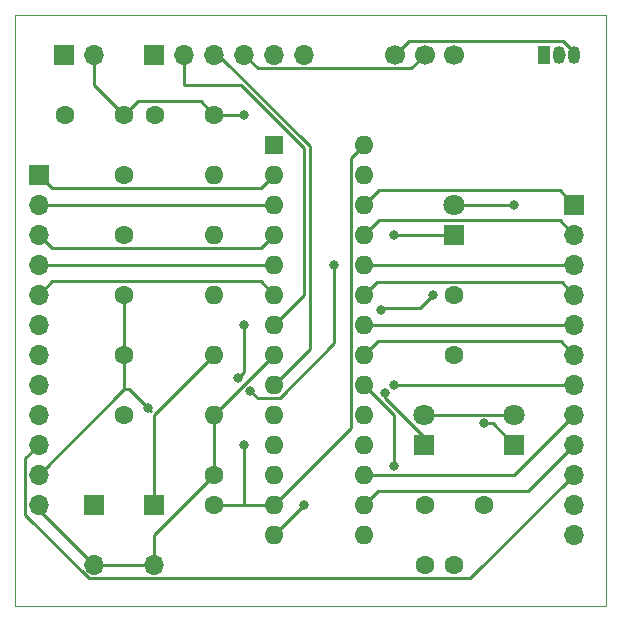
<source format=gbr>
%TF.GenerationSoftware,KiCad,Pcbnew,7.0.1*%
%TF.CreationDate,2023-04-23T17:26:01-05:00*%
%TF.ProjectId,hw4,6877342e-6b69-4636-9164-5f7063625858,rev?*%
%TF.SameCoordinates,Original*%
%TF.FileFunction,Copper,L1,Top*%
%TF.FilePolarity,Positive*%
%FSLAX46Y46*%
G04 Gerber Fmt 4.6, Leading zero omitted, Abs format (unit mm)*
G04 Created by KiCad (PCBNEW 7.0.1) date 2023-04-23 17:26:01*
%MOMM*%
%LPD*%
G01*
G04 APERTURE LIST*
%TA.AperFunction,ComponentPad*%
%ADD10R,1.800000X1.800000*%
%TD*%
%TA.AperFunction,ComponentPad*%
%ADD11C,1.800000*%
%TD*%
%TA.AperFunction,ComponentPad*%
%ADD12R,1.700000X1.700000*%
%TD*%
%TA.AperFunction,ComponentPad*%
%ADD13O,1.700000X1.700000*%
%TD*%
%TA.AperFunction,ComponentPad*%
%ADD14C,1.600000*%
%TD*%
%TA.AperFunction,ComponentPad*%
%ADD15C,1.700000*%
%TD*%
%TA.AperFunction,ComponentPad*%
%ADD16O,1.600000X1.600000*%
%TD*%
%TA.AperFunction,ComponentPad*%
%ADD17R,1.600000X1.600000*%
%TD*%
%TA.AperFunction,ComponentPad*%
%ADD18R,1.050000X1.500000*%
%TD*%
%TA.AperFunction,ComponentPad*%
%ADD19O,1.050000X1.500000*%
%TD*%
%TA.AperFunction,ViaPad*%
%ADD20C,0.800000*%
%TD*%
%TA.AperFunction,Conductor*%
%ADD21C,0.250000*%
%TD*%
%TA.AperFunction,Profile*%
%ADD22C,0.100000*%
%TD*%
G04 APERTURE END LIST*
D10*
%TO.P,D2,1,K*%
%TO.N,Net-(D2-K)*%
X134620000Y-86360000D03*
D11*
%TO.P,D2,2,A*%
%TO.N,+3.3V*%
X134620000Y-83820000D03*
%TD*%
%TO.P,D1,2,A*%
%TO.N,+3.3V*%
X142240000Y-83820000D03*
D10*
%TO.P,D1,1,K*%
%TO.N,Net-(D1-K)*%
X142240000Y-86360000D03*
%TD*%
D12*
%TO.P,U4,1*%
%TO.N,/A0*%
X102000000Y-63500000D03*
D13*
%TO.P,U4,2*%
%TO.N,/A1*%
X102000000Y-66040000D03*
%TO.P,U4,3*%
%TO.N,/B0*%
X102000000Y-68580000D03*
%TO.P,U4,4*%
%TO.N,/B1*%
X102000000Y-71120000D03*
%TO.P,U4,5*%
%TO.N,/B2*%
X102000000Y-73660000D03*
%TO.P,U4,6*%
%TO.N,/A3*%
X102000000Y-76200000D03*
%TO.P,U4,7*%
%TO.N,/GREEN*%
X102000000Y-78740000D03*
%TO.P,U4,8*%
%TO.N,/YELLOW*%
X102000000Y-81280000D03*
%TO.P,U4,9*%
%TO.N,/B6*%
X102000000Y-83820000D03*
%TO.P,U4,10*%
%TO.N,/Vin*%
X102000000Y-86360000D03*
%TO.P,U4,11*%
%TO.N,+3.3V*%
X102000000Y-88900000D03*
%TO.P,U4,12*%
%TO.N,GND*%
X102000000Y-91440000D03*
%TD*%
D14*
%TO.P,C5,1*%
%TO.N,+3.3V*%
X116840000Y-91440000D03*
%TO.P,C5,2*%
%TO.N,GND*%
X116840000Y-88940000D03*
%TD*%
D12*
%TO.P,ADAFRUITFriend1,1*%
%TO.N,unconnected-(ADAFRUITFriend1-Pad1)*%
X111760000Y-53340000D03*
D13*
%TO.P,ADAFRUITFriend1,2,U1TX*%
%TO.N,/U1TX*%
X114300000Y-53340000D03*
%TO.P,ADAFRUITFriend1,3,U1RX*%
%TO.N,/U1RX*%
X116840000Y-53340000D03*
%TO.P,ADAFRUITFriend1,4*%
%TO.N,+5V*%
X119380000Y-53340000D03*
%TO.P,ADAFRUITFriend1,5*%
%TO.N,unconnected-(ADAFRUITFriend1-Pad5)*%
X121920000Y-53340000D03*
%TO.P,ADAFRUITFriend1,6*%
%TO.N,GND*%
X124460000Y-53340000D03*
%TD*%
D15*
%TO.P,SW3,1,B*%
%TO.N,Net-(SW3-B)*%
X132160000Y-53340000D03*
%TO.P,SW3,2,C*%
%TO.N,+5V*%
X134660000Y-53340000D03*
%TO.P,SW3,3,A*%
%TO.N,Net-(SW3-A)*%
X137160000Y-53340000D03*
%TD*%
D14*
%TO.P,R2,1*%
%TO.N,/YELLOW*%
X109220000Y-68580000D03*
D16*
%TO.P,R2,2*%
%TO.N,Net-(D2-K)*%
X116840000Y-68580000D03*
%TD*%
D12*
%TO.P,U3,1*%
%TO.N,/B15*%
X147320000Y-66040000D03*
D13*
%TO.P,U3,2*%
%TO.N,/B14*%
X147320000Y-68580000D03*
%TO.P,U3,3*%
%TO.N,/B13*%
X147320000Y-71120000D03*
%TO.P,U3,4*%
%TO.N,/B12*%
X147320000Y-73660000D03*
%TO.P,U3,5*%
%TO.N,/B11*%
X147320000Y-76200000D03*
%TO.P,U3,6*%
%TO.N,/B10*%
X147320000Y-78740000D03*
%TO.P,U3,7*%
%TO.N,/B9*%
X147320000Y-81280000D03*
%TO.P,U3,8*%
%TO.N,/B8*%
X147320000Y-83820000D03*
%TO.P,U3,9*%
%TO.N,/B7*%
X147320000Y-86360000D03*
%TO.P,U3,10*%
%TO.N,/Vin*%
X147320000Y-88900000D03*
%TO.P,U3,11*%
%TO.N,+3.3V*%
X147320000Y-91440000D03*
%TO.P,U3,12*%
%TO.N,GND*%
X147320000Y-93980000D03*
%TD*%
D12*
%TO.P,SW1,1,1*%
%TO.N,/USER*%
X106680000Y-91440000D03*
D13*
%TO.P,SW1,2,2*%
%TO.N,GND*%
X106680000Y-96520000D03*
%TD*%
D12*
%TO.P,U5,1,J1_Battery*%
%TO.N,Net-(SW3-A)*%
X104140000Y-53340000D03*
D13*
%TO.P,U5,2*%
%TO.N,GND*%
X106680000Y-53340000D03*
%TD*%
D17*
%TO.P,U2,1,~{MCLR}*%
%TO.N,/MCLR*%
X121920000Y-60960000D03*
D16*
%TO.P,U2,2,A0*%
%TO.N,/A0*%
X121920000Y-63500000D03*
%TO.P,U2,3,A1*%
%TO.N,/A1*%
X121920000Y-66040000D03*
%TO.P,U2,4,B0*%
%TO.N,/B0*%
X121920000Y-68580000D03*
%TO.P,U2,5,B1*%
%TO.N,/B1*%
X121920000Y-71120000D03*
%TO.P,U2,6,B2*%
%TO.N,/B2*%
X121920000Y-73660000D03*
%TO.P,U2,7,U1TX*%
%TO.N,/U1TX*%
X121920000Y-76200000D03*
%TO.P,U2,8,VSS*%
%TO.N,GND*%
X121920000Y-78740000D03*
%TO.P,U2,9,U1RX*%
%TO.N,/U1RX*%
X121920000Y-81280000D03*
%TO.P,U2,10,A3*%
%TO.N,/A3*%
X121920000Y-83820000D03*
%TO.P,U2,11,B4*%
%TO.N,/GREEN*%
X121920000Y-86360000D03*
%TO.P,U2,12,A4*%
%TO.N,/USER*%
X121920000Y-88900000D03*
%TO.P,U2,13,Vdd*%
%TO.N,+3.3V*%
X121920000Y-91440000D03*
%TO.P,U2,14,B5*%
%TO.N,/YELLOW*%
X121920000Y-93980000D03*
%TO.P,U2,15,B6*%
%TO.N,/B6*%
X129540000Y-93980000D03*
%TO.P,U2,16,B7*%
%TO.N,/B7*%
X129540000Y-91440000D03*
%TO.P,U2,17,B8*%
%TO.N,/B8*%
X129540000Y-88900000D03*
%TO.P,U2,18,B9*%
%TO.N,/B9*%
X129540000Y-86360000D03*
%TO.P,U2,19,Vss*%
%TO.N,GND*%
X129540000Y-83820000D03*
%TO.P,U2,20,Vcap*%
%TO.N,Net-(U2-Vcap)*%
X129540000Y-81280000D03*
%TO.P,U2,21,B10*%
%TO.N,/B10*%
X129540000Y-78740000D03*
%TO.P,U2,22,B11*%
%TO.N,/B11*%
X129540000Y-76200000D03*
%TO.P,U2,23,B12*%
%TO.N,/B12*%
X129540000Y-73660000D03*
%TO.P,U2,24,B13*%
%TO.N,/B13*%
X129540000Y-71120000D03*
%TO.P,U2,25,B14*%
%TO.N,/B14*%
X129540000Y-68580000D03*
%TO.P,U2,26,B15*%
%TO.N,/B15*%
X129540000Y-66040000D03*
%TO.P,U2,27,AVss*%
%TO.N,GND*%
X129540000Y-63500000D03*
%TO.P,U2,28,Avdd*%
%TO.N,+3.3V*%
X129540000Y-60960000D03*
%TD*%
D14*
%TO.P,C1,1*%
%TO.N,Net-(SW3-B)*%
X137160000Y-78740000D03*
%TO.P,C1,2*%
%TO.N,GND*%
X137160000Y-73740000D03*
%TD*%
%TO.P,C2,1*%
%TO.N,Net-(D3-A)*%
X104220000Y-58420000D03*
%TO.P,C2,2*%
%TO.N,GND*%
X109220000Y-58420000D03*
%TD*%
D16*
%TO.P,R4,2*%
%TO.N,/MCLR*%
X116840000Y-78740000D03*
D14*
%TO.P,R4,1*%
%TO.N,+3.3V*%
X109220000Y-78740000D03*
%TD*%
%TO.P,C4,1*%
%TO.N,Net-(U2-Vcap)*%
X134700000Y-91440000D03*
%TO.P,C4,2*%
%TO.N,GND*%
X139700000Y-91440000D03*
%TD*%
%TO.P,R3,1*%
%TO.N,+3.3V*%
X109220000Y-73660000D03*
D16*
%TO.P,R3,2*%
%TO.N,/USER*%
X116840000Y-73660000D03*
%TD*%
D10*
%TO.P,D3,1,K*%
%TO.N,Net-(D3-K)*%
X137160000Y-68580000D03*
D11*
%TO.P,D3,2,A*%
%TO.N,Net-(D3-A)*%
X137160000Y-66040000D03*
%TD*%
D14*
%TO.P,C3,1*%
%TO.N,Net-(D3-A)*%
X111840000Y-58420000D03*
%TO.P,C3,2*%
%TO.N,GND*%
X116840000Y-58420000D03*
%TD*%
D16*
%TO.P,R1,2*%
%TO.N,Net-(D1-K)*%
X116840000Y-63500000D03*
D14*
%TO.P,R1,1*%
%TO.N,/GREEN*%
X109220000Y-63500000D03*
%TD*%
D16*
%TO.P,R5,2*%
%TO.N,GND*%
X116840000Y-83820000D03*
D14*
%TO.P,R5,1*%
%TO.N,Net-(D3-K)*%
X109220000Y-83820000D03*
%TD*%
D18*
%TO.P,U1,1,VO*%
%TO.N,Net-(D3-A)*%
X144780000Y-53340000D03*
D19*
%TO.P,U1,2,GND*%
%TO.N,GND*%
X146050000Y-53340000D03*
%TO.P,U1,3,VI*%
%TO.N,Net-(SW3-B)*%
X147320000Y-53340000D03*
%TD*%
D12*
%TO.P,SW2,1,1*%
%TO.N,/MCLR*%
X111760000Y-91440000D03*
D13*
%TO.P,SW2,2,2*%
%TO.N,GND*%
X111760000Y-96520000D03*
%TD*%
D14*
%TO.P,C6,1*%
%TO.N,+3.3V*%
X134660000Y-96520000D03*
%TO.P,C6,2*%
%TO.N,GND*%
X137160000Y-96520000D03*
%TD*%
D20*
%TO.N,Net-(D3-K)*%
X119892299Y-81792299D03*
X132080000Y-68580000D03*
X127000000Y-71120000D03*
%TO.N,Net-(D3-A)*%
X142240000Y-66040000D03*
%TO.N,/GREEN*%
X118867700Y-80767700D03*
X119380000Y-76200000D03*
%TO.N,/YELLOW*%
X124460000Y-91440000D03*
%TO.N,Net-(D1-K)*%
X130959698Y-75004107D03*
X135344500Y-73660000D03*
X139700000Y-84544500D03*
%TO.N,Net-(D2-K)*%
X131322300Y-82037700D03*
%TO.N,GND*%
X147320000Y-93980000D03*
%TO.N,Net-(U2-Vcap)*%
X132080000Y-88175500D03*
%TO.N,GND*%
X146195500Y-53340000D03*
X137160000Y-73740000D03*
X129540000Y-83820000D03*
X137160000Y-96520000D03*
X139700000Y-91440000D03*
X119380000Y-58420000D03*
%TO.N,+3.3V*%
X119380000Y-86360000D03*
X111247700Y-83307700D03*
%TO.N,/B9*%
X132080000Y-81280000D03*
%TD*%
D21*
%TO.N,Net-(D3-K)*%
X120505000Y-82405000D02*
X119892299Y-81792299D01*
X122385991Y-82405000D02*
X120505000Y-82405000D01*
X127000000Y-71120000D02*
X127000000Y-77790991D01*
X127000000Y-77790991D02*
X122385991Y-82405000D01*
X137160000Y-68580000D02*
X132080000Y-68580000D01*
%TO.N,/Vin*%
X100825000Y-92326701D02*
X100825000Y-87535000D01*
X106193299Y-97695000D02*
X100825000Y-92326701D01*
X138525000Y-97695000D02*
X106193299Y-97695000D01*
X147320000Y-88900000D02*
X138525000Y-97695000D01*
X100825000Y-87535000D02*
X102000000Y-86360000D01*
%TO.N,Net-(D3-A)*%
X142240000Y-66040000D02*
X137160000Y-66040000D01*
%TO.N,+5V*%
X120555000Y-54515000D02*
X133485000Y-54515000D01*
X133485000Y-54515000D02*
X134660000Y-53340000D01*
X119380000Y-53340000D02*
X120555000Y-54515000D01*
%TO.N,/GREEN*%
X119380000Y-80255400D02*
X118867700Y-80767700D01*
X119380000Y-76200000D02*
X119380000Y-80255400D01*
%TO.N,/YELLOW*%
X121920000Y-93980000D02*
X124460000Y-91440000D01*
%TO.N,Net-(D1-K)*%
X131178805Y-74785000D02*
X130959698Y-75004107D01*
X134219500Y-74785000D02*
X131178805Y-74785000D01*
X135344500Y-73660000D02*
X134219500Y-74785000D01*
X140424500Y-84544500D02*
X139700000Y-84544500D01*
X142240000Y-86360000D02*
X140424500Y-84544500D01*
%TO.N,Net-(D2-K)*%
X131322300Y-82425904D02*
X131322300Y-82037700D01*
X132398198Y-83501802D02*
X131322300Y-82425904D01*
X134620000Y-85723604D02*
X132398198Y-83501802D01*
X134620000Y-86360000D02*
X134620000Y-85723604D01*
%TO.N,+3.3V*%
X134620000Y-83820000D02*
X142240000Y-83820000D01*
%TO.N,Net-(U2-Vcap)*%
X132080000Y-83820000D02*
X132080000Y-88175500D01*
X129540000Y-81280000D02*
X132080000Y-83820000D01*
%TO.N,+3.3V*%
X128415000Y-84945000D02*
X121920000Y-91440000D01*
X128415000Y-62085000D02*
X128415000Y-84945000D01*
X129540000Y-60960000D02*
X128415000Y-62085000D01*
%TO.N,Net-(SW3-B)*%
X146370000Y-52165000D02*
X147320000Y-53115000D01*
X132160000Y-53340000D02*
X133335000Y-52165000D01*
X133335000Y-52165000D02*
X146370000Y-52165000D01*
X147320000Y-53115000D02*
X147320000Y-53340000D01*
%TO.N,GND*%
X146050000Y-53340000D02*
X146195500Y-53340000D01*
X137160000Y-73660000D02*
X137160000Y-73740000D01*
X116840000Y-58420000D02*
X119380000Y-58420000D01*
%TO.N,/U1RX*%
X124910000Y-78290000D02*
X121920000Y-81280000D01*
X124910000Y-61063604D02*
X124910000Y-78290000D01*
X117186396Y-53340000D02*
X124910000Y-61063604D01*
X116840000Y-53340000D02*
X117186396Y-53340000D01*
%TO.N,GND*%
X110345000Y-57295000D02*
X115715000Y-57295000D01*
X109220000Y-58420000D02*
X110345000Y-57295000D01*
X106680000Y-55880000D02*
X109220000Y-58420000D01*
X106680000Y-53340000D02*
X106680000Y-55880000D01*
X115715000Y-57295000D02*
X116840000Y-58420000D01*
%TO.N,+3.3V*%
X119380000Y-86360000D02*
X119380000Y-91440000D01*
X119380000Y-91440000D02*
X121920000Y-91440000D01*
X116840000Y-91440000D02*
X119380000Y-91440000D01*
X111441802Y-83501802D02*
X111247700Y-83307700D01*
X109620000Y-81680000D02*
X111441802Y-83501802D01*
X109220000Y-81680000D02*
X109620000Y-81680000D01*
X109220000Y-81680000D02*
X102000000Y-88900000D01*
X109220000Y-78740000D02*
X109220000Y-81680000D01*
X109220000Y-78740000D02*
X109220000Y-73660000D01*
%TO.N,/MCLR*%
X111760000Y-91440000D02*
X111760000Y-83820000D01*
X111760000Y-83820000D02*
X116840000Y-78740000D01*
%TO.N,GND*%
X106680000Y-96520000D02*
X101600000Y-91440000D01*
X111760000Y-96520000D02*
X106680000Y-96520000D01*
X111760000Y-94020000D02*
X111760000Y-96520000D01*
X116840000Y-88940000D02*
X111760000Y-94020000D01*
X116840000Y-88940000D02*
X116840000Y-83820000D01*
%TO.N,/U1TX*%
X124460000Y-73660000D02*
X121920000Y-76200000D01*
X119090000Y-55880000D02*
X124460000Y-61250000D01*
X114300000Y-55880000D02*
X119090000Y-55880000D01*
X114300000Y-53340000D02*
X114300000Y-55880000D01*
X124460000Y-61250000D02*
X124460000Y-73660000D01*
%TO.N,GND*%
X121920000Y-78740000D02*
X116840000Y-83820000D01*
%TO.N,/A0*%
X121920000Y-63500000D02*
X120795000Y-64625000D01*
X120795000Y-64625000D02*
X103125000Y-64625000D01*
X103125000Y-64625000D02*
X102000000Y-63500000D01*
%TO.N,/A1*%
X121920000Y-66040000D02*
X102000000Y-66040000D01*
%TO.N,/B0*%
X121920000Y-68580000D02*
X120795000Y-69705000D01*
X120795000Y-69705000D02*
X103125000Y-69705000D01*
X103125000Y-69705000D02*
X102000000Y-68580000D01*
%TO.N,/B1*%
X121920000Y-71120000D02*
X102000000Y-71120000D01*
%TO.N,/B2*%
X102000000Y-73660000D02*
X103125000Y-72535000D01*
X103125000Y-72535000D02*
X120795000Y-72535000D01*
X120795000Y-72535000D02*
X121920000Y-73660000D01*
%TO.N,/B15*%
X129540000Y-66040000D02*
X130765000Y-64815000D01*
X130765000Y-64815000D02*
X146095000Y-64815000D01*
X146095000Y-64815000D02*
X147320000Y-66040000D01*
%TO.N,/B14*%
X130765000Y-67355000D02*
X146095000Y-67355000D01*
X129540000Y-68580000D02*
X130765000Y-67355000D01*
X146095000Y-67355000D02*
X147320000Y-68580000D01*
%TO.N,/B13*%
X129540000Y-71120000D02*
X147320000Y-71120000D01*
%TO.N,/B12*%
X129540000Y-73660000D02*
X130585000Y-72615000D01*
X146275000Y-72615000D02*
X147320000Y-73660000D01*
X130585000Y-72615000D02*
X146275000Y-72615000D01*
%TO.N,/B11*%
X129540000Y-76200000D02*
X147320000Y-76200000D01*
%TO.N,/B10*%
X129540000Y-78740000D02*
X130665000Y-77615000D01*
X146195000Y-77615000D02*
X147320000Y-78740000D01*
X130665000Y-77615000D02*
X146195000Y-77615000D01*
%TO.N,/B9*%
X147320000Y-81280000D02*
X132080000Y-81280000D01*
%TO.N,/B8*%
X129540000Y-88900000D02*
X142240000Y-88900000D01*
X142240000Y-88900000D02*
X147320000Y-83820000D01*
%TO.N,/B7*%
X143365000Y-90315000D02*
X130665000Y-90315000D01*
X130665000Y-90315000D02*
X129540000Y-91440000D01*
X147320000Y-86360000D02*
X143365000Y-90315000D01*
%TD*%
D22*
X100000000Y-50000000D02*
X150000000Y-50000000D01*
X150000000Y-100000000D01*
X100000000Y-100000000D01*
X100000000Y-50000000D01*
M02*

</source>
